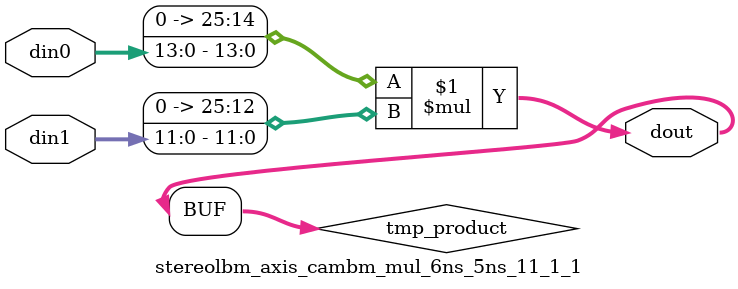
<source format=v>

`timescale 1 ns / 1 ps

  module stereolbm_axis_cambm_mul_6ns_5ns_11_1_1(din0, din1, dout);
parameter ID = 1;
parameter NUM_STAGE = 0;
parameter din0_WIDTH = 14;
parameter din1_WIDTH = 12;
parameter dout_WIDTH = 26;

input [din0_WIDTH - 1 : 0] din0; 
input [din1_WIDTH - 1 : 0] din1; 
output [dout_WIDTH - 1 : 0] dout;

wire signed [dout_WIDTH - 1 : 0] tmp_product;










assign tmp_product = $signed({1'b0, din0}) * $signed({1'b0, din1});











assign dout = tmp_product;







endmodule

</source>
